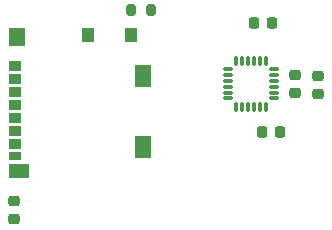
<source format=gbp>
%TF.GenerationSoftware,KiCad,Pcbnew,(6.0.8)*%
%TF.CreationDate,2023-02-13T22:42:50-05:00*%
%TF.ProjectId,miura_board,6d697572-615f-4626-9f61-72642e6b6963,rev?*%
%TF.SameCoordinates,Original*%
%TF.FileFunction,Paste,Bot*%
%TF.FilePolarity,Positive*%
%FSLAX46Y46*%
G04 Gerber Fmt 4.6, Leading zero omitted, Abs format (unit mm)*
G04 Created by KiCad (PCBNEW (6.0.8)) date 2023-02-13 22:42:50*
%MOMM*%
%LPD*%
G01*
G04 APERTURE LIST*
G04 Aperture macros list*
%AMRoundRect*
0 Rectangle with rounded corners*
0 $1 Rounding radius*
0 $2 $3 $4 $5 $6 $7 $8 $9 X,Y pos of 4 corners*
0 Add a 4 corners polygon primitive as box body*
4,1,4,$2,$3,$4,$5,$6,$7,$8,$9,$2,$3,0*
0 Add four circle primitives for the rounded corners*
1,1,$1+$1,$2,$3*
1,1,$1+$1,$4,$5*
1,1,$1+$1,$6,$7*
1,1,$1+$1,$8,$9*
0 Add four rect primitives between the rounded corners*
20,1,$1+$1,$2,$3,$4,$5,0*
20,1,$1+$1,$4,$5,$6,$7,0*
20,1,$1+$1,$6,$7,$8,$9,0*
20,1,$1+$1,$8,$9,$2,$3,0*%
G04 Aperture macros list end*
%ADD10RoundRect,0.075000X-0.350000X-0.075000X0.350000X-0.075000X0.350000X0.075000X-0.350000X0.075000X0*%
%ADD11RoundRect,0.075000X-0.075000X0.350000X-0.075000X-0.350000X0.075000X-0.350000X0.075000X0.350000X0*%
%ADD12RoundRect,0.225000X-0.225000X-0.250000X0.225000X-0.250000X0.225000X0.250000X-0.225000X0.250000X0*%
%ADD13RoundRect,0.225000X-0.250000X0.225000X-0.250000X-0.225000X0.250000X-0.225000X0.250000X0.225000X0*%
%ADD14RoundRect,0.200000X0.200000X0.275000X-0.200000X0.275000X-0.200000X-0.275000X0.200000X-0.275000X0*%
%ADD15R,1.350000X1.900000*%
%ADD16R,1.350000X1.550000*%
%ADD17R,1.800000X1.170000*%
%ADD18R,1.000000X1.200000*%
%ADD19R,1.100000X0.750000*%
%ADD20R,1.100000X0.850000*%
%ADD21RoundRect,0.225000X0.250000X-0.225000X0.250000X0.225000X-0.250000X0.225000X-0.250000X-0.225000X0*%
G04 APERTURE END LIST*
D10*
%TO.C,U6*%
X84950000Y-61650000D03*
X84950000Y-61150000D03*
X84950000Y-60650000D03*
X84950000Y-60150000D03*
X84950000Y-59650000D03*
X84950000Y-59150000D03*
D11*
X85650000Y-58450000D03*
X86150000Y-58450000D03*
X86650000Y-58450000D03*
X87150000Y-58450000D03*
X87650000Y-58450000D03*
X88150000Y-58450000D03*
D10*
X88850000Y-59150000D03*
X88850000Y-59650000D03*
X88850000Y-60150000D03*
X88850000Y-60650000D03*
X88850000Y-61150000D03*
X88850000Y-61650000D03*
D11*
X88150000Y-62350000D03*
X87650000Y-62350000D03*
X87150000Y-62350000D03*
X86650000Y-62350000D03*
X86150000Y-62350000D03*
X85650000Y-62350000D03*
%TD*%
D12*
%TO.C,C16*%
X87125000Y-55300000D03*
X88675000Y-55300000D03*
%TD*%
D13*
%TO.C,C26*%
X92600000Y-59725000D03*
X92600000Y-61275000D03*
%TD*%
D14*
%TO.C,R2*%
X78425000Y-54200000D03*
X76775000Y-54200000D03*
%TD*%
D15*
%TO.C,J1*%
X77762500Y-65730000D03*
D16*
X67062500Y-56435000D03*
D17*
X67287500Y-67755000D03*
D15*
X77762500Y-59760000D03*
D18*
X76787500Y-56260000D03*
X73087500Y-56260000D03*
D19*
X66937500Y-66545000D03*
D20*
X66937500Y-65495000D03*
X66937500Y-64395000D03*
X66937500Y-63295000D03*
X66937500Y-62195000D03*
X66937500Y-61095000D03*
X66937500Y-59995000D03*
X66937500Y-58895000D03*
%TD*%
D21*
%TO.C,C17*%
X66800000Y-71875000D03*
X66800000Y-70325000D03*
%TD*%
D12*
%TO.C,C29*%
X87825000Y-64500000D03*
X89375000Y-64500000D03*
%TD*%
D13*
%TO.C,C15*%
X90600000Y-59625000D03*
X90600000Y-61175000D03*
%TD*%
M02*

</source>
